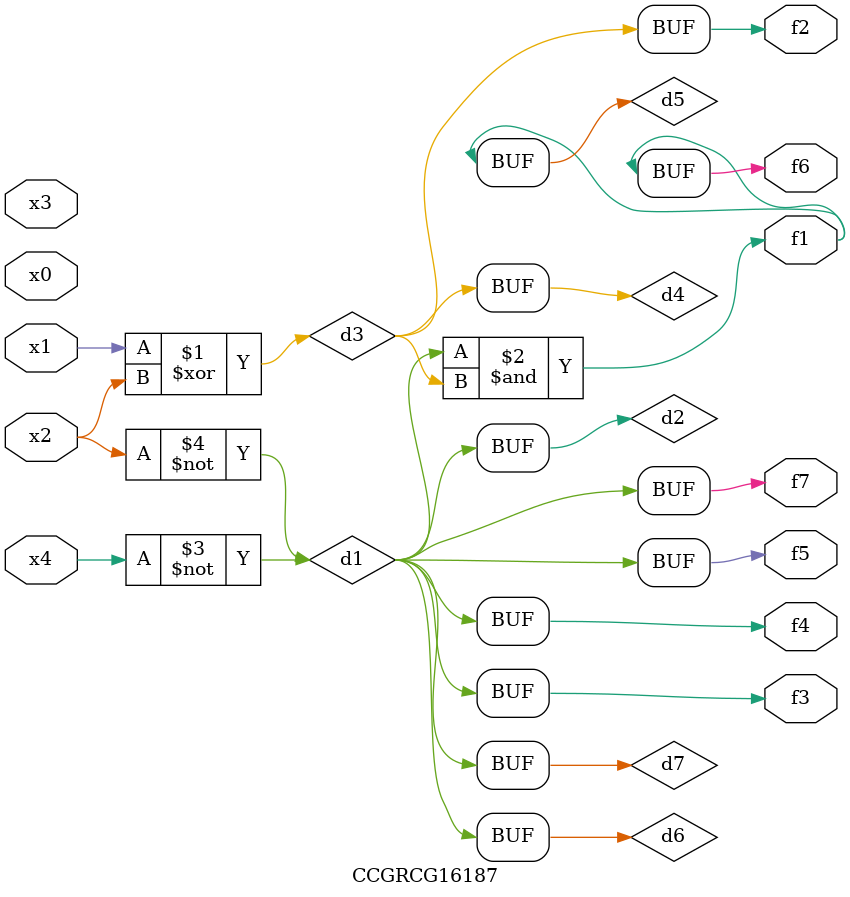
<source format=v>
module CCGRCG16187(
	input x0, x1, x2, x3, x4,
	output f1, f2, f3, f4, f5, f6, f7
);

	wire d1, d2, d3, d4, d5, d6, d7;

	not (d1, x4);
	not (d2, x2);
	xor (d3, x1, x2);
	buf (d4, d3);
	and (d5, d1, d3);
	buf (d6, d1, d2);
	buf (d7, d2);
	assign f1 = d5;
	assign f2 = d4;
	assign f3 = d7;
	assign f4 = d7;
	assign f5 = d7;
	assign f6 = d5;
	assign f7 = d7;
endmodule

</source>
